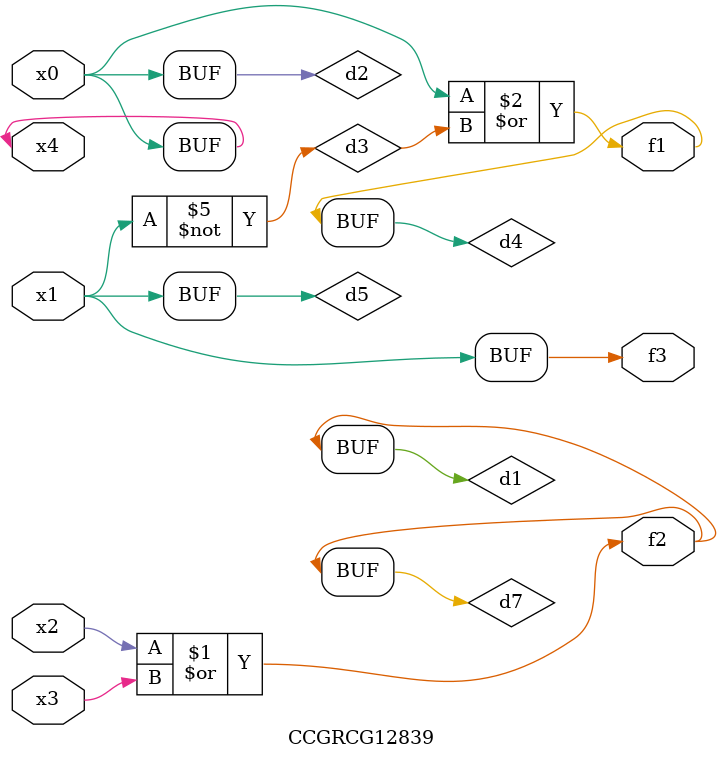
<source format=v>
module CCGRCG12839(
	input x0, x1, x2, x3, x4,
	output f1, f2, f3
);

	wire d1, d2, d3, d4, d5, d6, d7;

	or (d1, x2, x3);
	buf (d2, x0, x4);
	not (d3, x1);
	or (d4, d2, d3);
	not (d5, d3);
	nand (d6, d1, d3);
	or (d7, d1);
	assign f1 = d4;
	assign f2 = d7;
	assign f3 = d5;
endmodule

</source>
